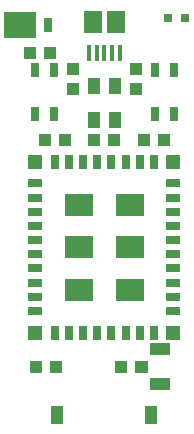
<source format=gtp>
G75*
G70*
%OFA0B0*%
%FSLAX24Y24*%
%IPPOS*%
%LPD*%
%AMOC8*
5,1,8,0,0,1.08239X$1,22.5*
%
%ADD10R,0.0433X0.0394*%
%ADD11R,0.0157X0.0531*%
%ADD12R,0.0591X0.0748*%
%ADD13R,0.0472X0.0472*%
%ADD14R,0.0472X0.0276*%
%ADD15R,0.0276X0.0472*%
%ADD16R,0.0945X0.0748*%
%ADD17R,0.0256X0.0492*%
%ADD18R,0.0394X0.0433*%
%ADD19R,0.0315X0.0315*%
%ADD20R,0.0433X0.0551*%
%ADD21R,0.0709X0.0413*%
%ADD22R,0.0413X0.0394*%
%ADD23R,0.0394X0.0591*%
%ADD24R,0.1050X0.0900*%
%ADD25R,0.0300X0.0500*%
D10*
X002958Y002255D03*
X003627Y002255D03*
X005808Y002255D03*
X006477Y002255D03*
X006558Y009805D03*
X007227Y009805D03*
X006293Y011520D03*
X006293Y012190D03*
X004193Y012190D03*
X004193Y011520D03*
X003927Y009805D03*
X003258Y009805D03*
D11*
X004731Y012702D03*
X004987Y012702D03*
X005243Y012702D03*
X005499Y012702D03*
X005755Y012702D03*
D12*
X005637Y013755D03*
X004849Y013751D03*
D13*
X002940Y009098D03*
X002940Y003389D03*
X007546Y003389D03*
X007546Y009098D03*
D14*
X007546Y008369D03*
X007546Y007897D03*
X007546Y007424D03*
X007546Y006952D03*
X007546Y006479D03*
X007546Y006007D03*
X007546Y005535D03*
X007546Y005062D03*
X007546Y004590D03*
X007546Y004117D03*
X002940Y004117D03*
X002940Y004590D03*
X002940Y005062D03*
X002940Y005535D03*
X002940Y006007D03*
X002940Y006479D03*
X002940Y006952D03*
X002940Y007424D03*
X002940Y007897D03*
X002940Y008369D03*
D15*
X003589Y009098D03*
X004062Y009098D03*
X004534Y009098D03*
X005007Y009098D03*
X005479Y009098D03*
X005951Y009098D03*
X006424Y009098D03*
X006896Y009098D03*
X006896Y003389D03*
X006424Y003389D03*
X005951Y003389D03*
X005479Y003389D03*
X005007Y003389D03*
X004534Y003389D03*
X004062Y003389D03*
X003589Y003389D03*
D16*
X004396Y004826D03*
X004396Y006243D03*
X004396Y007661D03*
X006089Y007661D03*
X006089Y006243D03*
X006089Y004826D03*
D17*
X006938Y010667D03*
X007548Y010667D03*
X007548Y012143D03*
X006938Y012143D03*
X003548Y012143D03*
X002938Y012143D03*
X002938Y010667D03*
X003548Y010667D03*
D18*
X003427Y012725D03*
X002758Y012725D03*
X004908Y009805D03*
X005577Y009805D03*
D19*
X007348Y013885D03*
X007938Y013885D03*
D20*
X005597Y011626D03*
X005597Y010484D03*
X004888Y010484D03*
X004888Y011626D03*
D21*
X007093Y002836D03*
X007093Y001674D03*
D22*
X006491Y002255D03*
D23*
X006808Y000655D03*
X003658Y000655D03*
D24*
X002443Y013655D03*
D25*
X003368Y013655D03*
M02*

</source>
